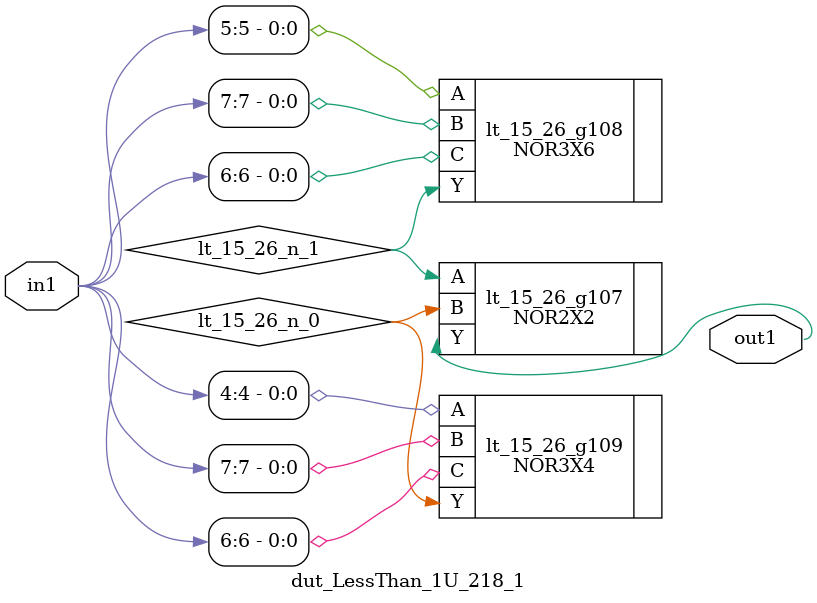
<source format=v>
`timescale 1ps / 1ps


module dut_LessThan_1U_218_1(in1, out1);
  input [7:0] in1;
  output out1;
  wire [7:0] in1;
  wire out1;
  wire lt_15_26_n_0, lt_15_26_n_1;
  NOR2X2 lt_15_26_g107(.A (lt_15_26_n_1), .B (lt_15_26_n_0), .Y (out1));
  NOR3X6 lt_15_26_g108(.A (in1[5]), .B (in1[7]), .C (in1[6]), .Y
       (lt_15_26_n_1));
  NOR3X4 lt_15_26_g109(.A (in1[4]), .B (in1[7]), .C (in1[6]), .Y
       (lt_15_26_n_0));
endmodule



</source>
